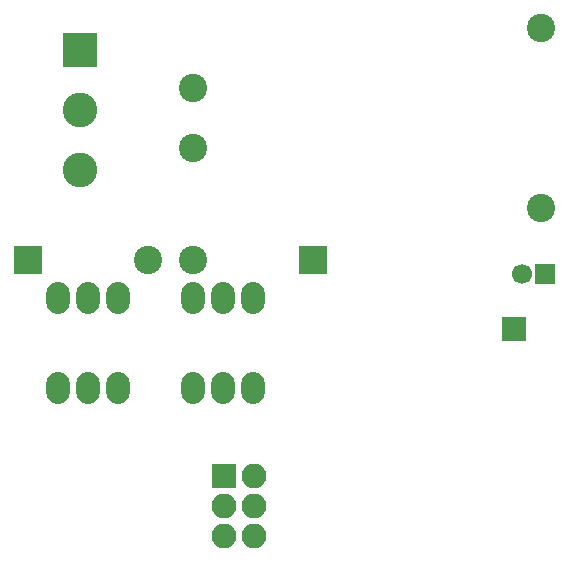
<source format=gbs>
G04 #@! TF.FileFunction,Soldermask,Bot*
%FSLAX46Y46*%
G04 Gerber Fmt 4.6, Leading zero omitted, Abs format (unit mm)*
G04 Created by KiCad (PCBNEW 4.0.5-e0-6337~49~ubuntu16.04.1) date Wed Jan 18 08:16:45 2017*
%MOMM*%
%LPD*%
G01*
G04 APERTURE LIST*
%ADD10C,0.100000*%
%ADD11R,1.700000X1.700000*%
%ADD12C,1.700000*%
%ADD13C,2.398980*%
%ADD14R,2.398980X2.398980*%
%ADD15R,2.940000X2.940000*%
%ADD16C,2.940000*%
%ADD17C,2.400000*%
%ADD18O,2.000000X2.700000*%
%ADD19R,2.100000X2.100000*%
%ADD20O,2.100000X2.100000*%
G04 APERTURE END LIST*
D10*
D11*
X180975000Y-102743000D03*
D12*
X178975000Y-102743000D03*
D13*
X147320000Y-101597460D03*
D14*
X137160000Y-101597460D03*
D15*
X141605000Y-83820000D03*
D16*
X141605000Y-88900000D03*
X141605000Y-93980000D03*
D13*
X151130000Y-101602540D03*
D14*
X161290000Y-101602540D03*
D17*
X151130000Y-86995000D03*
X151130000Y-92075000D03*
X180594000Y-81915000D03*
X180594000Y-97155000D03*
D18*
X139700000Y-112395000D03*
X142240000Y-112395000D03*
X144780000Y-112395000D03*
X144780000Y-104775000D03*
X142240000Y-104775000D03*
X139700000Y-104775000D03*
X151130000Y-112395000D03*
X153670000Y-112395000D03*
X156210000Y-112395000D03*
X156210000Y-104775000D03*
X153670000Y-104775000D03*
X151130000Y-104775000D03*
D19*
X153797000Y-119888000D03*
D20*
X156337000Y-119888000D03*
X153797000Y-122428000D03*
X156337000Y-122428000D03*
X153797000Y-124968000D03*
X156337000Y-124968000D03*
D19*
X178308000Y-107442000D03*
M02*

</source>
